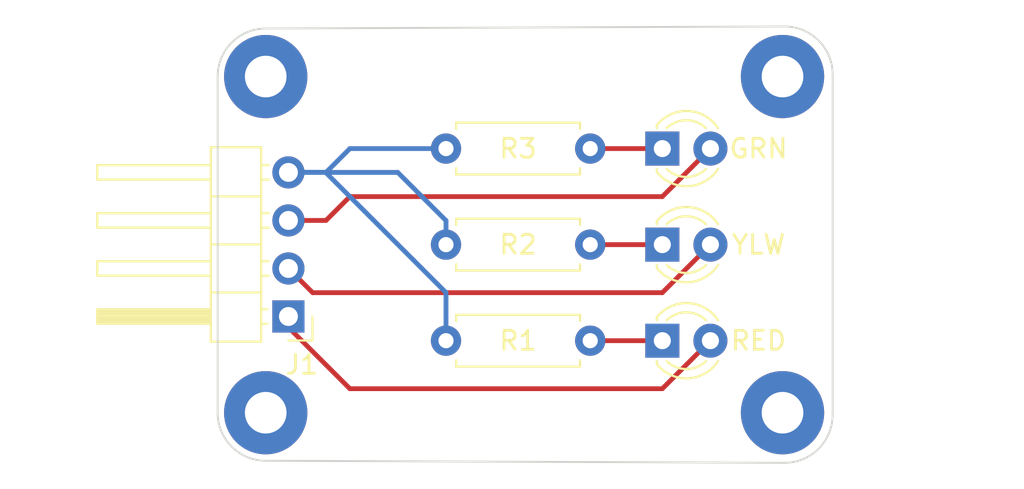
<source format=kicad_pcb>
(kicad_pcb (version 20211014) (generator pcbnew)
  (layers (0 "F.Cu" signal) (31 "B.Cu" signal) (34 "B.Paste" user) (35 "F.Paste" user) (36 "B.SilkS" user "B.Silkscreen") (37 "F.SilkS" user "F.Silkscreen") (38 "B.Mask" user) (39 "F.Mask" user) (44 "Edge.Cuts" user))
  (net 0 "")
  (net 1 "Net-(D1-Pad1)")
  (net 2 "LED_RED")
  (net 3 "Net-(D2-Pad1)")
  (net 4 "LED_YLW")
  (net 5 "Net-(D3-Pad1)")
  (net 6 "LED_GRN")
  (net 7 "GND")
  (footprint "Connector_PinHeader_2.54mm:PinHeader_1x04_P2.54mm_Horizontal" (layer "F.Cu") (at 122.485 88.89 180)
    (fp_text reference "J1" (at -0.705 -2.55) (layer "F.SilkS"))
    (fp_text value "Conn_01x04")
    (fp_line (start 4.1 -0.2) (end 10.1 -0.2) (layer "F.SilkS") (width 0.12))
    (fp_line (start 1.042929 8) (end 1.44 8) (layer "F.SilkS") (width 0.12))
    (fp_line (start 4.1 8.95) (end 4.1 -1.33) (layer "F.SilkS") (width 0.12))
    (fp_line (start 1.042929 5.46) (end 1.44 5.46) (layer "F.SilkS") (width 0.12))
    (fp_line (start 10.1 2.92) (end 4.1 2.92) (layer "F.SilkS") (width 0.12))
    (fp_line (start -1.27 -1.27) (end 0 -1.27) (layer "F.SilkS") (width 0.12))
    (fp_line (start 4.1 -0.08) (end 10.1 -0.08) (layer "F.SilkS") (width 0.12))
    (fp_line (start -1.27 0) (end -1.27 -1.27) (layer "F.SilkS") (width 0.12))
    (fp_line (start 10.1 5.46) (end 4.1 5.46) (layer "F.SilkS") (width 0.12))
    (fp_line (start 4.1 0.04) (end 10.1 0.04) (layer "F.SilkS") (width 0.12))
    (fp_line (start 1.11 -0.38) (end 1.44 -0.38) (layer "F.SilkS") (width 0.12))
    (fp_line (start 10.1 -0.38) (end 10.1 0.38) (layer "F.SilkS") (width 0.12))
    (fp_line (start 1.44 8.95) (end 4.1 8.95) (layer "F.SilkS") (width 0.12))
    (fp_line (start 4.1 -0.38) (end 10.1 -0.38) (layer "F.SilkS") (width 0.12))
    (fp_line (start 10.1 0.38) (end 4.1 0.38) (layer "F.SilkS") (width 0.12))
    (fp_line (start 4.1 0.16) (end 10.1 0.16) (layer "F.SilkS") (width 0.12))
    (fp_line (start 10.1 2.16) (end 10.1 2.92) (layer "F.SilkS") (width 0.12))
    (fp_line (start 10.1 7.24) (end 10.1 8) (layer "F.SilkS") (width 0.12))
    (fp_line (start 1.44 1.27) (end 4.1 1.27) (layer "F.SilkS") (width 0.12))
    (fp_line (start 1.11 0.38) (end 1.44 0.38) (layer "F.SilkS") (width 0.12))
    (fp_line (start 1.042929 4.7) (end 1.44 4.7) (layer "F.SilkS") (width 0.12))
    (fp_line (start 4.1 -1.33) (end 1.44 -1.33) (layer "F.SilkS") (width 0.12))
    (fp_line (start 4.1 -0.32) (end 10.1 -0.32) (layer "F.SilkS") (width 0.12))
    (fp_line (start 1.44 -1.33) (end 1.44 8.95) (layer "F.SilkS") (width 0.12))
    (fp_line (start 1.44 6.35) (end 4.1 6.35) (layer "F.SilkS") (width 0.12))
    (fp_line (start 1.042929 2.92) (end 1.44 2.92) (layer "F.SilkS") (width 0.12))
    (fp_line (start 10.1 8) (end 4.1 8) (layer "F.SilkS") (width 0.12))
    (fp_line (start 4.1 2.16) (end 10.1 2.16) (layer "F.SilkS") (width 0.12))
    (fp_line (start 1.44 3.81) (end 4.1 3.81) (layer "F.SilkS") (width 0.12))
    (fp_line (start 1.042929 2.16) (end 1.44 2.16) (layer "F.SilkS") (width 0.12))
    (fp_line (start 4.1 4.7) (end 10.1 4.7) (layer "F.SilkS") (width 0.12))
    (fp_line (start 1.042929 7.24) (end 1.44 7.24) (layer "F.SilkS") (width 0.12))
    (fp_line (start 4.1 0.28) (end 10.1 0.28) (layer "F.SilkS") (width 0.12))
    (fp_line (start 10.1 4.7) (end 10.1 5.46) (layer "F.SilkS") (width 0.12))
    (fp_line (start 4.1 7.24) (end 10.1 7.24) (layer "F.SilkS") (width 0.12))
    (pad "1" thru_hole rect (at 0 0 180) (size 1.7 1.7) (drill 1) (layers *.Cu *.Mask) (net 2 "LED_RED"))
    (pad "2" thru_hole oval (at 0 2.54 180) (size 1.7 1.7) (drill 1) (layers *.Cu *.Mask) (net 4 "LED_YLW"))
    (pad "3" thru_hole oval (at 0 5.08 180) (size 1.7 1.7) (drill 1) (layers *.Cu *.Mask) (net 6 "LED_GRN"))
    (pad "4" thru_hole oval (at 0 7.62 180) (size 1.7 1.7) (drill 1) (layers *.Cu *.Mask) (net 7 "GND"))
  )
  (footprint "LED_THT:LED_D3.0mm" (layer "F.Cu") (at 142.24 80.01)
    (fp_text reference "GRN" (at 5.08 0) (layer "F.SilkS"))
    (fp_text value "GRN")
    (fp_line (start -0.29 1.08) (end -0.29 1.236) (layer "F.SilkS") (width 0.12))
    (fp_line (start -0.29 -1.236) (end -0.29 -1.08) (layer "F.SilkS") (width 0.12))
    (fp_arc (start 2.31113 1.079837) (mid 1.270117 1.5) (end 0.229039 1.08) (layer "F.SilkS") (width 0.12))
    (fp_arc (start -0.29 -1.235516) (mid 1.366487 -1.987659) (end 2.942335 -1.078608) (layer "F.SilkS") (width 0.12))
    (fp_arc (start 2.942335 1.078608) (mid 1.366487 1.987659) (end -0.29 1.235516) (layer "F.SilkS") (width 0.12))
    (fp_arc (start 0.229039 -1.08) (mid 1.270117 -1.5) (end 2.31113 -1.079837) (layer "F.SilkS") (width 0.12))
    (pad "1" thru_hole rect (at 0 0) (size 1.8 1.8) (drill 0.9) (layers *.Cu *.Mask) (net 5 "Net-(D3-Pad1)"))
    (pad "2" thru_hole circle (at 2.54 0) (size 1.8 1.8) (drill 0.9) (layers *.Cu *.Mask) (net 6 "LED_GRN"))
  )
  (footprint "Resistor_THT:R_Axial_DIN0207_L6.3mm_D2.5mm_P7.62mm_Horizontal" (layer "F.Cu") (at 138.43 85.09 180)
    (fp_text reference "R2" (at 3.81 0) (layer "F.SilkS"))
    (fp_text value "330")
    (fp_line (start 0.54 1.04) (end 0.54 1.37) (layer "F.SilkS") (width 0.12))
    (fp_line (start 7.08 -1.37) (end 7.08 -1.04) (layer "F.SilkS") (width 0.12))
    (fp_line (start 7.08 1.37) (end 7.08 1.04) (layer "F.SilkS") (width 0.12))
    (fp_line (start 0.54 1.37) (end 7.08 1.37) (layer "F.SilkS") (width 0.12))
    (fp_line (start 0.54 -1.04) (end 0.54 -1.37) (layer "F.SilkS") (width 0.12))
    (fp_line (start 0.54 -1.37) (end 7.08 -1.37) (layer "F.SilkS") (width 0.12))
    (pad "1" thru_hole circle (at 0 0 180) (size 1.6 1.6) (drill 0.8) (layers *.Cu *.Mask) (net 3 "Net-(D2-Pad1)"))
    (pad "2" thru_hole oval (at 7.62 0 180) (size 1.6 1.6) (drill 0.8) (layers *.Cu *.Mask) (net 7 "GND"))
  )
  (footprint "MountingHole:MountingHole_2.2mm_M2_Pad" (layer "F.Cu") (at 121.285 93.98)
    (fp_text reference "H3")
    (fp_text value "MountingHole")
    (pad "1" thru_hole circle (at 0 0) (size 4.4 4.4) (drill 2.2) (layers *.Cu *.Mask))
  )
  (footprint "MountingHole:MountingHole_2.2mm_M2_Pad" (layer "F.Cu") (at 148.59 93.98)
    (fp_text reference "H4")
    (fp_text value "MountingHole")
    (pad "1" thru_hole circle (at 0 0) (size 4.4 4.4) (drill 2.2) (layers *.Cu *.Mask))
  )
  (footprint "LED_THT:LED_D3.0mm" (layer "F.Cu") (at 142.24 90.17)
    (fp_text reference "RED" (at 5.08 0) (layer "F.SilkS"))
    (fp_text value "RED")
    (fp_line (start -0.29 1.08) (end -0.29 1.236) (layer "F.SilkS") (width 0.12))
    (fp_line (start -0.29 -1.236) (end -0.29 -1.08) (layer "F.SilkS") (width 0.12))
    (fp_arc (start -0.29 -1.235516) (mid 1.366487 -1.987659) (end 2.942335 -1.078608) (layer "F.SilkS") (width 0.12))
    (fp_arc (start 2.31113 1.079837) (mid 1.270117 1.5) (end 0.229039 1.08) (layer "F.SilkS") (width 0.12))
    (fp_arc (start 0.229039 -1.08) (mid 1.270117 -1.5) (end 2.31113 -1.079837) (layer "F.SilkS") (width 0.12))
    (fp_arc (start 2.942335 1.078608) (mid 1.366487 1.987659) (end -0.29 1.235516) (layer "F.SilkS") (width 0.12))
    (pad "1" thru_hole rect (at 0 0) (size 1.8 1.8) (drill 0.9) (layers *.Cu *.Mask) (net 1 "Net-(D1-Pad1)"))
    (pad "2" thru_hole circle (at 2.54 0) (size 1.8 1.8) (drill 0.9) (layers *.Cu *.Mask) (net 2 "LED_RED"))
  )
  (footprint "Resistor_THT:R_Axial_DIN0207_L6.3mm_D2.5mm_P7.62mm_Horizontal" (layer "F.Cu") (at 138.43 90.17 180)
    (fp_text reference "R1" (at 3.81 0) (layer "F.SilkS"))
    (fp_text value "330")
    (fp_line (start 0.54 1.04) (end 0.54 1.37) (layer "F.SilkS") (width 0.12))
    (fp_line (start 7.08 -1.37) (end 7.08 -1.04) (layer "F.SilkS") (width 0.12))
    (fp_line (start 0.54 1.37) (end 7.08 1.37) (layer "F.SilkS") (width 0.12))
    (fp_line (start 7.08 1.37) (end 7.08 1.04) (layer "F.SilkS") (width 0.12))
    (fp_line (start 0.54 -1.37) (end 7.08 -1.37) (layer "F.SilkS") (width 0.12))
    (fp_line (start 0.54 -1.04) (end 0.54 -1.37) (layer "F.SilkS") (width 0.12))
    (pad "1" thru_hole circle (at 0 0 180) (size 1.6 1.6) (drill 0.8) (layers *.Cu *.Mask) (net 1 "Net-(D1-Pad1)"))
    (pad "2" thru_hole oval (at 7.62 0 180) (size 1.6 1.6) (drill 0.8) (layers *.Cu *.Mask) (net 7 "GND"))
  )
  (footprint "MountingHole:MountingHole_2.2mm_M2_Pad" (layer "F.Cu") (at 148.59 76.2)
    (fp_text reference "H2")
    (fp_text value "MountingHole")
    (pad "1" thru_hole circle (at 0 0) (size 4.4 4.4) (drill 2.2) (layers *.Cu *.Mask))
  )
  (footprint "LED_THT:LED_D3.0mm" (layer "F.Cu") (at 142.24 85.09)
    (fp_text reference "YLW" (at 5.08 0) (layer "F.SilkS"))
    (fp_text value "YLW")
    (fp_line (start -0.29 1.08) (end -0.29 1.236) (layer "F.SilkS") (width 0.12))
    (fp_line (start -0.29 -1.236) (end -0.29 -1.08) (layer "F.SilkS") (width 0.12))
    (fp_arc (start 2.942335 1.078608) (mid 1.366487 1.987659) (end -0.29 1.235516) (layer "F.SilkS") (width 0.12))
    (fp_arc (start -0.29 -1.235516) (mid 1.366487 -1.987659) (end 2.942335 -1.078608) (layer "F.SilkS") (width 0.12))
    (fp_arc (start 2.31113 1.079837) (mid 1.270117 1.5) (end 0.229039 1.08) (layer "F.SilkS") (width 0.12))
    (fp_arc (start 0.229039 -1.08) (mid 1.270117 -1.5) (end 2.31113 -1.079837) (layer "F.SilkS") (width 0.12))
    (pad "1" thru_hole rect (at 0 0) (size 1.8 1.8) (drill 0.9) (layers *.Cu *.Mask) (net 3 "Net-(D2-Pad1)"))
    (pad "2" thru_hole circle (at 2.54 0) (size 1.8 1.8) (drill 0.9) (layers *.Cu *.Mask) (net 4 "LED_YLW"))
  )
  (footprint "Resistor_THT:R_Axial_DIN0207_L6.3mm_D2.5mm_P7.62mm_Horizontal" (layer "F.Cu") (at 138.43 80.01 180)
    (fp_text reference "R3" (at 3.81 0) (layer "F.SilkS"))
    (fp_text value "330")
    (fp_line (start 0.54 -1.37) (end 7.08 -1.37) (layer "F.SilkS") (width 0.12))
    (fp_line (start 0.54 1.37) (end 7.08 1.37) (layer "F.SilkS") (width 0.12))
    (fp_line (start 7.08 1.37) (end 7.08 1.04) (layer "F.SilkS") (width 0.12))
    (fp_line (start 0.54 -1.04) (end 0.54 -1.37) (layer "F.SilkS") (width 0.12))
    (fp_line (start 0.54 1.04) (end 0.54 1.37) (layer "F.SilkS") (width 0.12))
    (fp_line (start 7.08 -1.37) (end 7.08 -1.04) (layer "F.SilkS") (width 0.12))
    (pad "1" thru_hole circle (at 0 0 180) (size 1.6 1.6) (drill 0.8) (layers *.Cu *.Mask) (net 5 "Net-(D3-Pad1)"))
    (pad "2" thru_hole oval (at 7.62 0 180) (size 1.6 1.6) (drill 0.8) (layers *.Cu *.Mask) (net 7 "GND"))
  )
  (footprint "MountingHole:MountingHole_2.2mm_M2_Pad" (layer "F.Cu") (at 121.285 76.2)
    (fp_text reference "H1")
    (fp_text value "MountingHole")
    (pad "1" thru_hole circle (at 0 0) (size 4.4 4.4) (drill 2.2) (layers *.Cu *.Mask))
  )
  (gr_line (start 121.285 96.52) (end 148.698948 96.628948) (layer "Edge.Cuts") (width 0.1))
  (gr_arc (start 118.745 76.2) (mid 119.488949 74.403949) (end 121.285 73.66) (layer "Edge.Cuts") (width 0.1))
  (gr_line (start 151.238948 94.088948) (end 151.238948 76.091052) (layer "Edge.Cuts") (width 0.1))
  (gr_arc (start 151.238948 94.088948) (mid 150.495 95.885) (end 148.698948 96.628948) (layer "Edge.Cuts") (width 0.1))
  (gr_arc (start 121.285 96.52) (mid 119.488949 95.776051) (end 118.745 93.98) (layer "Edge.Cuts") (width 0.1))
  (gr_line (start 118.745 76.2) (end 118.745 93.98) (layer "Edge.Cuts") (width 0.1))
  (gr_line (start 148.698948 73.551052) (end 121.285 73.66) (layer "Edge.Cuts") (width 0.1))
  (gr_arc (start 148.698948 73.551052) (mid 150.495 74.295) (end 151.238948 76.091052) (layer "Edge.Cuts") (width 0.1))
  (segment (start 142.24 90.17) (end 138.43 90.17) (width 0.254) (layer "F.Cu") (net 1))
  (segment (start 122.485 89.465) (end 125.73 92.71) (width 0.254) (layer "F.Cu") (net 2))
  (segment (start 142.24 92.71) (end 144.78 90.17) (width 0.254) (layer "F.Cu") (net 2))
  (segment (start 122.485 88.89) (end 122.485 89.465) (width 0.254) (layer "F.Cu") (net 2))
  (segment (start 125.73 92.71) (end 142.24 92.71) (width 0.254) (layer "F.Cu") (net 2))
  (segment (start 142.24 85.09) (end 138.43 85.09) (width 0.254) (layer "F.Cu") (net 3))
  (segment (start 122.485 86.35) (end 123.765 87.63) (width 0.254) (layer "F.Cu") (net 4))
  (segment (start 142.24 87.63) (end 144.78 85.09) (width 0.254) (layer "F.Cu") (net 4))
  (segment (start 123.765 87.63) (end 142.24 87.63) (width 0.254) (layer "F.Cu") (net 4))
  (segment (start 142.24 80.01) (end 138.43 80.01) (width 0.254) (layer "F.Cu") (net 5))
  (segment (start 125.73 82.55) (end 142.24 82.55) (width 0.254) (layer "F.Cu") (net 6))
  (segment (start 142.24 82.55) (end 144.78 80.01) (width 0.254) (layer "F.Cu") (net 6))
  (segment (start 122.485 83.81) (end 124.47 83.81) (width 0.254) (layer "F.Cu") (net 6))
  (segment (start 124.47 83.81) (end 125.73 82.55) (width 0.254) (layer "F.Cu") (net 6))
  (segment (start 125.73 80.01) (end 124.46 81.28) (width 0.254) (layer "B.Cu") (net 7))
  (segment (start 130.81 80.01) (end 125.73 80.01) (width 0.254) (layer "B.Cu") (net 7))
  (segment (start 124.45 81.27) (end 122.485 81.27) (width 0.254) (layer "B.Cu") (net 7))
  (segment (start 124.46 81.28) (end 124.45 81.27) (width 0.254) (layer "B.Cu") (net 7))
  (segment (start 130.81 83.82) (end 128.26 81.27) (width 0.254) (layer "B.Cu") (net 7))
  (segment (start 130.81 85.09) (end 130.81 83.82) (width 0.254) (layer "B.Cu") (net 7))
  (segment (start 130.81 90.17) (end 130.81 87.63) (width 0.254) (layer "B.Cu") (net 7))
  (segment (start 128.26 81.27) (end 122.485 81.27) (width 0.254) (layer "B.Cu") (net 7))
  (segment (start 130.81 87.63) (end 124.45 81.27) (width 0.254) (layer "B.Cu") (net 7))
)
</source>
